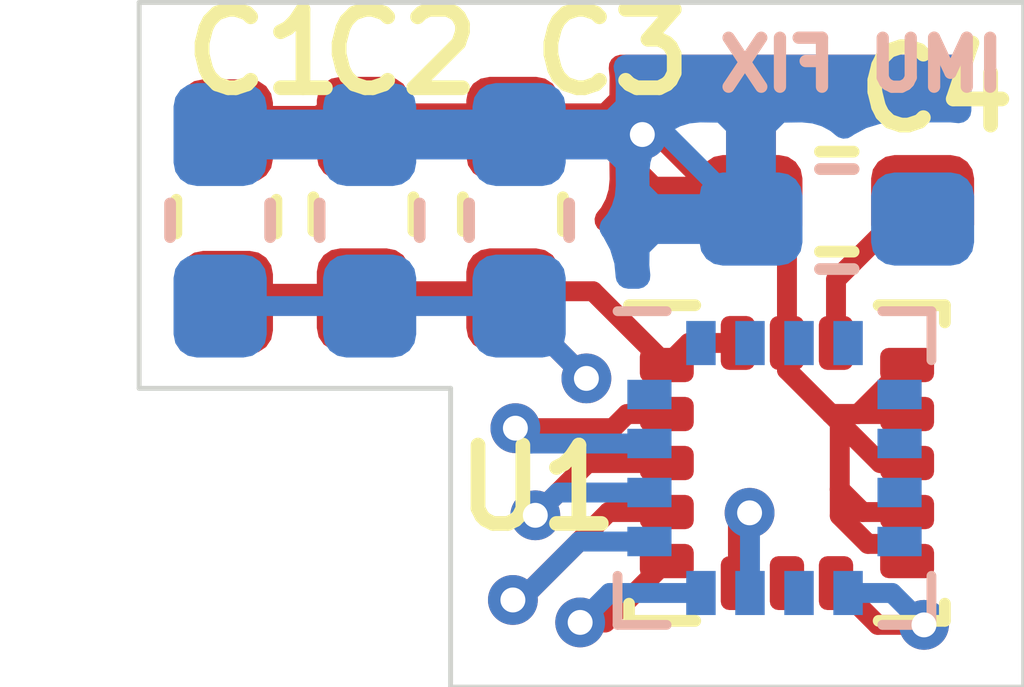
<source format=kicad_pcb>
(kicad_pcb (version 20171130) (host pcbnew "(5.1.6)-1")

  (general
    (thickness 1.6)
    (drawings 11)
    (tracks 80)
    (zones 0)
    (modules 10)
    (nets 11)
  )

  (page A4)
  (layers
    (0 F.Cu signal)
    (31 B.Cu signal)
    (32 B.Adhes user hide)
    (33 F.Adhes user hide)
    (34 B.Paste user hide)
    (35 F.Paste user hide)
    (36 B.SilkS user)
    (37 F.SilkS user hide)
    (38 B.Mask user hide)
    (39 F.Mask user hide)
    (40 Dwgs.User user hide)
    (41 Cmts.User user hide)
    (42 Eco1.User user hide)
    (43 Eco2.User user hide)
    (44 Edge.Cuts user)
    (45 Margin user hide)
    (46 B.CrtYd user)
    (47 F.CrtYd user)
    (48 B.Fab user hide)
    (49 F.Fab user hide)
  )

  (setup
    (last_trace_width 0.203)
    (trace_clearance 0.127)
    (zone_clearance 0.508)
    (zone_45_only no)
    (trace_min 0.127)
    (via_size 0.508)
    (via_drill 0.254)
    (via_min_size 0.508)
    (via_min_drill 0.254)
    (uvia_size 0.3)
    (uvia_drill 0.1)
    (uvias_allowed no)
    (uvia_min_size 0.2)
    (uvia_min_drill 0.1)
    (edge_width 0.05)
    (segment_width 0.2)
    (pcb_text_width 0.3)
    (pcb_text_size 1.5 1.5)
    (mod_edge_width 0.12)
    (mod_text_size 1 1)
    (mod_text_width 0.15)
    (pad_size 1.05 0.95)
    (pad_drill 0)
    (pad_to_mask_clearance 0.05)
    (aux_axis_origin 0 0)
    (visible_elements 7FFFFFFF)
    (pcbplotparams
      (layerselection 0x010fc_ffffffff)
      (usegerberextensions false)
      (usegerberattributes true)
      (usegerberadvancedattributes true)
      (creategerberjobfile true)
      (excludeedgelayer true)
      (linewidth 0.100000)
      (plotframeref false)
      (viasonmask false)
      (mode 1)
      (useauxorigin false)
      (hpglpennumber 1)
      (hpglpenspeed 20)
      (hpglpendiameter 15.000000)
      (psnegative false)
      (psa4output false)
      (plotreference true)
      (plotvalue true)
      (plotinvisibletext false)
      (padsonsilk false)
      (subtractmaskfromsilk false)
      (outputformat 1)
      (mirror false)
      (drillshape 1)
      (scaleselection 1)
      (outputdirectory ""))
  )

  (net 0 "")
  (net 1 GND)
  (net 2 /IMU_VDC)
  (net 3 "Net-(U1-Pad7)")
  (net 4 /SCK)
  (net 5 /MOSI)
  (net 6 /MISO)
  (net 7 /NSS)
  (net 8 /INT)
  (net 9 /FSYNC)
  (net 10 /REGOUT)

  (net_class Default "This is the default net class."
    (clearance 0.127)
    (trace_width 0.203)
    (via_dia 0.508)
    (via_drill 0.254)
    (uvia_dia 0.3)
    (uvia_drill 0.1)
    (add_net /FSYNC)
    (add_net /IMU_VDC)
    (add_net /INT)
    (add_net /MISO)
    (add_net /MOSI)
    (add_net /NSS)
    (add_net /REGOUT)
    (add_net /SCK)
    (add_net GND)
    (add_net "Net-(U1-Pad7)")
  )

  (module Capacitor_SMD:C_0603_1608Metric_Pad1.05x0.95mm_HandSolder (layer F.Cu) (tedit 5B301BBE) (tstamp 5FB26195)
    (at 107.442 110.5155 90)
    (descr "Capacitor SMD 0603 (1608 Metric), square (rectangular) end terminal, IPC_7351 nominal with elongated pad for handsoldering. (Body size source: http://www.tortai-tech.com/upload/download/2011102023233369053.pdf), generated with kicad-footprint-generator")
    (tags "capacitor handsolder")
    (path /5FB54D12)
    (attr smd)
    (fp_text reference C1 (at 1.6765 0.381 180) (layer F.SilkS)
      (effects (font (size 0.8 0.8) (thickness 0.15)))
    )
    (fp_text value 10nF (at 0 1.43 90) (layer F.Fab)
      (effects (font (size 1 1) (thickness 0.15)))
    )
    (fp_line (start -0.8 0.4) (end -0.8 -0.4) (layer F.Fab) (width 0.1))
    (fp_line (start -0.8 -0.4) (end 0.8 -0.4) (layer F.Fab) (width 0.1))
    (fp_line (start 0.8 -0.4) (end 0.8 0.4) (layer F.Fab) (width 0.1))
    (fp_line (start 0.8 0.4) (end -0.8 0.4) (layer F.Fab) (width 0.1))
    (fp_line (start -0.171267 -0.51) (end 0.171267 -0.51) (layer F.SilkS) (width 0.12))
    (fp_line (start -0.171267 0.51) (end 0.171267 0.51) (layer F.SilkS) (width 0.12))
    (fp_line (start -1.65 0.73) (end -1.65 -0.73) (layer F.CrtYd) (width 0.05))
    (fp_line (start -1.65 -0.73) (end 1.65 -0.73) (layer F.CrtYd) (width 0.05))
    (fp_line (start 1.65 -0.73) (end 1.65 0.73) (layer F.CrtYd) (width 0.05))
    (fp_line (start 1.65 0.73) (end -1.65 0.73) (layer F.CrtYd) (width 0.05))
    (fp_text user %R (at 0 0 90) (layer F.Fab)
      (effects (font (size 0.4 0.4) (thickness 0.06)))
    )
    (pad 2 smd roundrect (at 0.875 0 90) (size 1.05 0.95) (layers F.Cu F.Paste F.Mask) (roundrect_rratio 0.25)
      (net 1 GND))
    (pad 1 smd roundrect (at -0.875 0 90) (size 1.05 0.95) (layers F.Cu F.Paste F.Mask) (roundrect_rratio 0.25)
      (net 2 /IMU_VDC))
    (model ${KISYS3DMOD}/Capacitor_SMD.3dshapes/C_0603_1608Metric.wrl
      (at (xyz 0 0 0))
      (scale (xyz 1 1 1))
      (rotate (xyz 0 0 0))
    )
  )

  (module Capacitor_SMD:C_0603_1608Metric_Pad1.05x0.95mm_HandSolder (layer F.Cu) (tedit 5B301BBE) (tstamp 5FB26291)
    (at 108.839 110.49 90)
    (descr "Capacitor SMD 0603 (1608 Metric), square (rectangular) end terminal, IPC_7351 nominal with elongated pad for handsoldering. (Body size source: http://www.tortai-tech.com/upload/download/2011102023233369053.pdf), generated with kicad-footprint-generator")
    (tags "capacitor handsolder")
    (path /5FB545A7)
    (attr smd)
    (fp_text reference C2 (at 1.651 0.381 180) (layer F.SilkS)
      (effects (font (size 0.8 0.8) (thickness 0.15)))
    )
    (fp_text value 100nF (at 0 1.43 90) (layer F.Fab)
      (effects (font (size 1 1) (thickness 0.15)))
    )
    (fp_line (start -0.8 0.4) (end -0.8 -0.4) (layer F.Fab) (width 0.1))
    (fp_line (start -0.8 -0.4) (end 0.8 -0.4) (layer F.Fab) (width 0.1))
    (fp_line (start 0.8 -0.4) (end 0.8 0.4) (layer F.Fab) (width 0.1))
    (fp_line (start 0.8 0.4) (end -0.8 0.4) (layer F.Fab) (width 0.1))
    (fp_line (start -0.171267 -0.51) (end 0.171267 -0.51) (layer F.SilkS) (width 0.12))
    (fp_line (start -0.171267 0.51) (end 0.171267 0.51) (layer F.SilkS) (width 0.12))
    (fp_line (start -1.65 0.73) (end -1.65 -0.73) (layer F.CrtYd) (width 0.05))
    (fp_line (start -1.65 -0.73) (end 1.65 -0.73) (layer F.CrtYd) (width 0.05))
    (fp_line (start 1.65 -0.73) (end 1.65 0.73) (layer F.CrtYd) (width 0.05))
    (fp_line (start 1.65 0.73) (end -1.65 0.73) (layer F.CrtYd) (width 0.05))
    (fp_text user %R (at 0 0 90) (layer F.Fab)
      (effects (font (size 0.4 0.4) (thickness 0.06)))
    )
    (pad 2 smd roundrect (at 0.875 0 90) (size 1.05 0.95) (layers F.Cu F.Paste F.Mask) (roundrect_rratio 0.25)
      (net 1 GND))
    (pad 1 smd roundrect (at -0.875 0 90) (size 1.05 0.95) (layers F.Cu F.Paste F.Mask) (roundrect_rratio 0.25)
      (net 2 /IMU_VDC))
    (model ${KISYS3DMOD}/Capacitor_SMD.3dshapes/C_0603_1608Metric.wrl
      (at (xyz 0 0 0))
      (scale (xyz 1 1 1))
      (rotate (xyz 0 0 0))
    )
  )

  (module Capacitor_SMD:C_0603_1608Metric_Pad1.05x0.95mm_HandSolder (layer F.Cu) (tedit 5B301BBE) (tstamp 5FB261C5)
    (at 110.363 110.49 90)
    (descr "Capacitor SMD 0603 (1608 Metric), square (rectangular) end terminal, IPC_7351 nominal with elongated pad for handsoldering. (Body size source: http://www.tortai-tech.com/upload/download/2011102023233369053.pdf), generated with kicad-footprint-generator")
    (tags "capacitor handsolder")
    (path /5FB53A09)
    (attr smd)
    (fp_text reference C3 (at 1.651 1.016 180) (layer F.SilkS)
      (effects (font (size 0.8 0.8) (thickness 0.15)))
    )
    (fp_text value 2.2uF (at 0 1.43 90) (layer F.Fab)
      (effects (font (size 1 1) (thickness 0.15)))
    )
    (fp_line (start -0.8 0.4) (end -0.8 -0.4) (layer F.Fab) (width 0.1))
    (fp_line (start -0.8 -0.4) (end 0.8 -0.4) (layer F.Fab) (width 0.1))
    (fp_line (start 0.8 -0.4) (end 0.8 0.4) (layer F.Fab) (width 0.1))
    (fp_line (start 0.8 0.4) (end -0.8 0.4) (layer F.Fab) (width 0.1))
    (fp_line (start -0.171267 -0.51) (end 0.171267 -0.51) (layer F.SilkS) (width 0.12))
    (fp_line (start -0.171267 0.51) (end 0.171267 0.51) (layer F.SilkS) (width 0.12))
    (fp_line (start -1.65 0.73) (end -1.65 -0.73) (layer F.CrtYd) (width 0.05))
    (fp_line (start -1.65 -0.73) (end 1.65 -0.73) (layer F.CrtYd) (width 0.05))
    (fp_line (start 1.65 -0.73) (end 1.65 0.73) (layer F.CrtYd) (width 0.05))
    (fp_line (start 1.65 0.73) (end -1.65 0.73) (layer F.CrtYd) (width 0.05))
    (fp_text user %R (at 0 0 90) (layer F.Fab)
      (effects (font (size 0.4 0.4) (thickness 0.06)))
    )
    (pad 2 smd roundrect (at 0.875 0 90) (size 1.05 0.95) (layers F.Cu F.Paste F.Mask) (roundrect_rratio 0.25)
      (net 1 GND))
    (pad 1 smd roundrect (at -0.875 0 90) (size 1.05 0.95) (layers F.Cu F.Paste F.Mask) (roundrect_rratio 0.25)
      (net 2 /IMU_VDC))
    (model ${KISYS3DMOD}/Capacitor_SMD.3dshapes/C_0603_1608Metric.wrl
      (at (xyz 0 0 0))
      (scale (xyz 1 1 1))
      (rotate (xyz 0 0 0))
    )
  )

  (module Capacitor_SMD:C_0603_1608Metric_Pad1.05x0.95mm_HandSolder (layer F.Cu) (tedit 5B301BBE) (tstamp 5FB26261)
    (at 113.665 110.363 180)
    (descr "Capacitor SMD 0603 (1608 Metric), square (rectangular) end terminal, IPC_7351 nominal with elongated pad for handsoldering. (Body size source: http://www.tortai-tech.com/upload/download/2011102023233369053.pdf), generated with kicad-footprint-generator")
    (tags "capacitor handsolder")
    (path /5FB535CB)
    (attr smd)
    (fp_text reference C4 (at -1.016 1.143) (layer F.SilkS)
      (effects (font (size 0.8 0.8) (thickness 0.15)))
    )
    (fp_text value 100nF (at 0 1.43) (layer F.Fab)
      (effects (font (size 1 1) (thickness 0.15)))
    )
    (fp_line (start -0.8 0.4) (end -0.8 -0.4) (layer F.Fab) (width 0.1))
    (fp_line (start -0.8 -0.4) (end 0.8 -0.4) (layer F.Fab) (width 0.1))
    (fp_line (start 0.8 -0.4) (end 0.8 0.4) (layer F.Fab) (width 0.1))
    (fp_line (start 0.8 0.4) (end -0.8 0.4) (layer F.Fab) (width 0.1))
    (fp_line (start -0.171267 -0.51) (end 0.171267 -0.51) (layer F.SilkS) (width 0.12))
    (fp_line (start -0.171267 0.51) (end 0.171267 0.51) (layer F.SilkS) (width 0.12))
    (fp_line (start -1.65 0.73) (end -1.65 -0.73) (layer F.CrtYd) (width 0.05))
    (fp_line (start -1.65 -0.73) (end 1.65 -0.73) (layer F.CrtYd) (width 0.05))
    (fp_line (start 1.65 -0.73) (end 1.65 0.73) (layer F.CrtYd) (width 0.05))
    (fp_line (start 1.65 0.73) (end -1.65 0.73) (layer F.CrtYd) (width 0.05))
    (fp_text user %R (at 4.9275 -2.54) (layer F.Fab)
      (effects (font (size 0.4 0.4) (thickness 0.06)))
    )
    (pad 2 smd roundrect (at 0.875 0 180) (size 1.05 0.95) (layers F.Cu F.Paste F.Mask) (roundrect_rratio 0.25)
      (net 1 GND))
    (pad 1 smd roundrect (at -0.875 0 180) (size 1.05 0.95) (layers F.Cu F.Paste F.Mask) (roundrect_rratio 0.25)
      (net 10 /REGOUT))
    (model ${KISYS3DMOD}/Capacitor_SMD.3dshapes/C_0603_1608Metric.wrl
      (at (xyz 0 0 0))
      (scale (xyz 1 1 1))
      (rotate (xyz 0 0 0))
    )
  )

  (module Capacitor_SMD:C_0603_1608Metric_Pad1.05x0.95mm_HandSolder (layer B.Cu) (tedit 5B301BBE) (tstamp 5FB2609D)
    (at 108.9025 110.5535 90)
    (descr "Capacitor SMD 0603 (1608 Metric), square (rectangular) end terminal, IPC_7351 nominal with elongated pad for handsoldering. (Body size source: http://www.tortai-tech.com/upload/download/2011102023233369053.pdf), generated with kicad-footprint-generator")
    (tags "capacitor handsolder")
    (attr smd)
    (fp_text reference REF** (at 0 -3.175 90) (layer B.SilkS) hide
      (effects (font (size 1 1) (thickness 0.15)) (justify mirror))
    )
    (fp_text value C_0603_1608Metric_Pad1.05x0.95mm_HandSolder (at 0 -1.43 90) (layer B.Fab)
      (effects (font (size 1 1) (thickness 0.15)) (justify mirror))
    )
    (fp_line (start -0.8 -0.4) (end -0.8 0.4) (layer B.Fab) (width 0.1))
    (fp_line (start -0.8 0.4) (end 0.8 0.4) (layer B.Fab) (width 0.1))
    (fp_line (start 0.8 0.4) (end 0.8 -0.4) (layer B.Fab) (width 0.1))
    (fp_line (start 0.8 -0.4) (end -0.8 -0.4) (layer B.Fab) (width 0.1))
    (fp_line (start -0.171267 0.51) (end 0.171267 0.51) (layer B.SilkS) (width 0.12))
    (fp_line (start -0.171267 -0.51) (end 0.171267 -0.51) (layer B.SilkS) (width 0.12))
    (fp_line (start -1.65 -0.73) (end -1.65 0.73) (layer B.CrtYd) (width 0.05))
    (fp_line (start -1.65 0.73) (end 1.65 0.73) (layer B.CrtYd) (width 0.05))
    (fp_line (start 1.65 0.73) (end 1.65 -0.73) (layer B.CrtYd) (width 0.05))
    (fp_line (start 1.65 -0.73) (end -1.65 -0.73) (layer B.CrtYd) (width 0.05))
    (fp_text user %R (at 0.635 -1.905 90) (layer B.Fab)
      (effects (font (size 0.4 0.4) (thickness 0.06)) (justify mirror))
    )
    (pad 2 smd roundrect (at 0.875 0 90) (size 1.05 0.95) (layers B.Cu B.Paste B.Mask) (roundrect_rratio 0.25)
      (net 1 GND))
    (pad 1 smd roundrect (at -0.875 0 90) (size 1.05 0.95) (layers B.Cu B.Paste B.Mask) (roundrect_rratio 0.25)
      (net 2 /IMU_VDC))
    (model ${KISYS3DMOD}/Capacitor_SMD.3dshapes/C_0603_1608Metric.wrl
      (at (xyz 0 0 0))
      (scale (xyz 1 1 1))
      (rotate (xyz 0 0 0))
    )
  )

  (module Capacitor_SMD:C_0603_1608Metric_Pad1.05x0.95mm_HandSolder (layer B.Cu) (tedit 5B301BBE) (tstamp 5FB2607D)
    (at 107.3785 110.5535 90)
    (descr "Capacitor SMD 0603 (1608 Metric), square (rectangular) end terminal, IPC_7351 nominal with elongated pad for handsoldering. (Body size source: http://www.tortai-tech.com/upload/download/2011102023233369053.pdf), generated with kicad-footprint-generator")
    (tags "capacitor handsolder")
    (attr smd)
    (fp_text reference REF** (at 0 -3.175 90) (layer B.SilkS) hide
      (effects (font (size 1 1) (thickness 0.15)) (justify mirror))
    )
    (fp_text value C_0603_1608Metric_Pad1.05x0.95mm_HandSolder (at 0 -1.43 90) (layer B.Fab)
      (effects (font (size 1 1) (thickness 0.15)) (justify mirror))
    )
    (fp_line (start 1.65 -0.73) (end -1.65 -0.73) (layer B.CrtYd) (width 0.05))
    (fp_line (start 1.65 0.73) (end 1.65 -0.73) (layer B.CrtYd) (width 0.05))
    (fp_line (start -1.65 0.73) (end 1.65 0.73) (layer B.CrtYd) (width 0.05))
    (fp_line (start -1.65 -0.73) (end -1.65 0.73) (layer B.CrtYd) (width 0.05))
    (fp_line (start -0.171267 -0.51) (end 0.171267 -0.51) (layer B.SilkS) (width 0.12))
    (fp_line (start -0.171267 0.51) (end 0.171267 0.51) (layer B.SilkS) (width 0.12))
    (fp_line (start 0.8 -0.4) (end -0.8 -0.4) (layer B.Fab) (width 0.1))
    (fp_line (start 0.8 0.4) (end 0.8 -0.4) (layer B.Fab) (width 0.1))
    (fp_line (start -0.8 0.4) (end 0.8 0.4) (layer B.Fab) (width 0.1))
    (fp_line (start -0.8 -0.4) (end -0.8 0.4) (layer B.Fab) (width 0.1))
    (fp_text user %R (at 0.635 -1.905 90) (layer B.Fab)
      (effects (font (size 0.4 0.4) (thickness 0.06)) (justify mirror))
    )
    (pad 1 smd roundrect (at -0.875 0 90) (size 1.05 0.95) (layers B.Cu B.Paste B.Mask) (roundrect_rratio 0.25)
      (net 2 /IMU_VDC))
    (pad 2 smd roundrect (at 0.875 0 90) (size 1.05 0.95) (layers B.Cu B.Paste B.Mask) (roundrect_rratio 0.25)
      (net 1 GND))
    (model ${KISYS3DMOD}/Capacitor_SMD.3dshapes/C_0603_1608Metric.wrl
      (at (xyz 0 0 0))
      (scale (xyz 1 1 1))
      (rotate (xyz 0 0 0))
    )
  )

  (module Capacitor_SMD:C_0603_1608Metric_Pad1.05x0.95mm_HandSolder (layer B.Cu) (tedit 5B301BBE) (tstamp 5FB2657E)
    (at 110.4265 110.5535 90)
    (descr "Capacitor SMD 0603 (1608 Metric), square (rectangular) end terminal, IPC_7351 nominal with elongated pad for handsoldering. (Body size source: http://www.tortai-tech.com/upload/download/2011102023233369053.pdf), generated with kicad-footprint-generator")
    (tags "capacitor handsolder")
    (attr smd)
    (fp_text reference REF** (at 0 1.43 90) (layer B.SilkS) hide
      (effects (font (size 1 1) (thickness 0.15)) (justify mirror))
    )
    (fp_text value C_0603_1608Metric_Pad1.05x0.95mm_HandSolder (at 0 -1.43 90) (layer B.Fab)
      (effects (font (size 1 1) (thickness 0.15)) (justify mirror))
    )
    (fp_line (start -0.8 -0.4) (end -0.8 0.4) (layer B.Fab) (width 0.1))
    (fp_line (start -0.8 0.4) (end 0.8 0.4) (layer B.Fab) (width 0.1))
    (fp_line (start 0.8 0.4) (end 0.8 -0.4) (layer B.Fab) (width 0.1))
    (fp_line (start 0.8 -0.4) (end -0.8 -0.4) (layer B.Fab) (width 0.1))
    (fp_line (start -0.171267 0.51) (end 0.171267 0.51) (layer B.SilkS) (width 0.12))
    (fp_line (start -0.171267 -0.51) (end 0.171267 -0.51) (layer B.SilkS) (width 0.12))
    (fp_line (start -1.65 -0.73) (end -1.65 0.73) (layer B.CrtYd) (width 0.05))
    (fp_line (start -1.65 0.73) (end 1.65 0.73) (layer B.CrtYd) (width 0.05))
    (fp_line (start 1.65 0.73) (end 1.65 -0.73) (layer B.CrtYd) (width 0.05))
    (fp_line (start 1.65 -0.73) (end -1.65 -0.73) (layer B.CrtYd) (width 0.05))
    (pad 2 smd roundrect (at 0.875 0 90) (size 1.05 0.95) (layers B.Cu B.Paste B.Mask) (roundrect_rratio 0.25)
      (net 1 GND))
    (pad 1 smd roundrect (at -0.875 0 90) (size 1.05 0.95) (layers B.Cu B.Paste B.Mask) (roundrect_rratio 0.25)
      (net 2 /IMU_VDC))
    (model ${KISYS3DMOD}/Capacitor_SMD.3dshapes/C_0603_1608Metric.wrl
      (at (xyz 0 0 0))
      (scale (xyz 1 1 1))
      (rotate (xyz 0 0 0))
    )
  )

  (module Capacitor_SMD:C_0603_1608Metric_Pad1.05x0.95mm_HandSolder (layer B.Cu) (tedit 5FB26CCD) (tstamp 5FB25D78)
    (at 113.665 110.5408 180)
    (descr "Capacitor SMD 0603 (1608 Metric), square (rectangular) end terminal, IPC_7351 nominal with elongated pad for handsoldering. (Body size source: http://www.tortai-tech.com/upload/download/2011102023233369053.pdf), generated with kicad-footprint-generator")
    (tags "capacitor handsolder")
    (attr smd)
    (fp_text reference REF** (at -3.683 -2.667) (layer B.SilkS) hide
      (effects (font (size 1 1) (thickness 0.15)) (justify mirror))
    )
    (fp_text value C_0603_1608Metric_Pad1.05x0.95mm_HandSolder (at 0 -1.43) (layer B.Fab)
      (effects (font (size 1 1) (thickness 0.15)) (justify mirror))
    )
    (fp_line (start -0.8 -0.4) (end -0.8 0.4) (layer B.Fab) (width 0.1))
    (fp_line (start -0.8 0.4) (end 0.8 0.4) (layer B.Fab) (width 0.1))
    (fp_line (start 0.8 0.4) (end 0.8 -0.4) (layer B.Fab) (width 0.1))
    (fp_line (start 0.8 -0.4) (end -0.8 -0.4) (layer B.Fab) (width 0.1))
    (fp_line (start -0.171267 0.51) (end 0.171267 0.51) (layer B.SilkS) (width 0.12))
    (fp_line (start -0.171267 -0.51) (end 0.171267 -0.51) (layer B.SilkS) (width 0.12))
    (fp_line (start -1.65 -0.73) (end -1.65 0.73) (layer B.CrtYd) (width 0.05))
    (fp_line (start -1.65 0.73) (end 1.65 0.73) (layer B.CrtYd) (width 0.05))
    (fp_line (start 1.65 0.73) (end 1.65 -0.73) (layer B.CrtYd) (width 0.05))
    (fp_line (start 1.65 -0.73) (end -1.65 -0.73) (layer B.CrtYd) (width 0.05))
    (fp_text user %R (at 0.635 -1.905) (layer B.Fab)
      (effects (font (size 0.4 0.4) (thickness 0.06)) (justify mirror))
    )
    (pad 2 smd roundrect (at 0.875 0 180) (size 1.05 0.95) (layers B.Cu B.Paste B.Mask) (roundrect_rratio 0.25)
      (net 1 GND))
    (pad 1 smd roundrect (at -0.875 0 180) (size 1.05 0.95) (layers B.Cu B.Paste B.Mask) (roundrect_rratio 0.25))
    (model ${KISYS3DMOD}/Capacitor_SMD.3dshapes/C_0603_1608Metric.wrl
      (at (xyz 0 0 0))
      (scale (xyz 1 1 1))
      (rotate (xyz 0 0 0))
    )
  )

  (module Package_LGA:LGA-16_3x3mm_P0.5mm (layer B.Cu) (tedit 5AD5B76F) (tstamp 5FB25363)
    (at 113.03 113.0808 270)
    (descr http://www.memsic.com/userfiles/files/DataSheets/Magnetic-Sensors-Datasheets/MMC5883MA-RevC.pdf)
    (tags "lga land grid array")
    (attr smd)
    (fp_text reference REF** (at 1.27 6.35 90) (layer B.SilkS) hide
      (effects (font (size 1 1) (thickness 0.15)) (justify mirror))
    )
    (fp_text value LGA-16_3x3mm_P0.5mm (at 1.27 -12.7 90) (layer B.Fab)
      (effects (font (size 1 1) (thickness 0.15)) (justify mirror))
    )
    (fp_line (start -1 1.5) (end 1.5 1.5) (layer B.Fab) (width 0.1))
    (fp_line (start 1.5 1.5) (end 1.5 -1.5) (layer B.Fab) (width 0.1))
    (fp_line (start 1.5 -1.5) (end -1.5 -1.5) (layer B.Fab) (width 0.1))
    (fp_line (start -1.5 -1.5) (end -1.5 1) (layer B.Fab) (width 0.1))
    (fp_line (start -1.5 1) (end -1 1.5) (layer B.Fab) (width 0.1))
    (fp_line (start 1.1 1.6) (end 1.6 1.6) (layer B.SilkS) (width 0.1))
    (fp_line (start 1.6 1.6) (end 1.6 1.1) (layer B.SilkS) (width 0.1))
    (fp_line (start 1.6 -1.6) (end 1.6 -1.1) (layer B.SilkS) (width 0.1))
    (fp_line (start 1.6 -1.1) (end 1.6 -1.6) (layer B.SilkS) (width 0.1))
    (fp_line (start 1.6 -1.6) (end 1.1 -1.6) (layer B.SilkS) (width 0.1))
    (fp_line (start -1.6 -1.6) (end -1.1 -1.6) (layer B.SilkS) (width 0.1))
    (fp_line (start -1.6 -1.6) (end -1.6 -1.1) (layer B.SilkS) (width 0.1))
    (fp_line (start -1.6 1.6) (end -1.6 1.1) (layer B.SilkS) (width 0.1))
    (fp_line (start -1.75 1.75) (end 1.75 1.75) (layer B.CrtYd) (width 0.05))
    (fp_line (start 1.75 1.75) (end 1.75 -1.75) (layer B.CrtYd) (width 0.05))
    (fp_line (start 1.75 -1.75) (end -1.75 -1.75) (layer B.CrtYd) (width 0.05))
    (fp_line (start -1.75 -1.75) (end -1.75 1.75) (layer B.CrtYd) (width 0.05))
    (pad 10 smd rect (at 1.275 -0.25 180) (size 0.3 0.45) (layers B.Cu B.Paste B.Mask))
    (pad 11 smd rect (at 1.275 0.25 180) (size 0.3 0.45) (layers B.Cu B.Paste B.Mask)
      (net 8 /INT))
    (pad 12 smd rect (at 1.275 0.75 180) (size 0.3 0.45) (layers B.Cu B.Paste B.Mask)
      (net 7 /NSS))
    (pad 9 smd rect (at 1.275 -0.75 180) (size 0.3 0.45) (layers B.Cu B.Paste B.Mask)
      (net 9 /FSYNC))
    (pad 5 smd rect (at -0.75 -1.275 270) (size 0.3 0.45) (layers B.Cu B.Paste B.Mask))
    (pad 7 smd rect (at 0.25 -1.275 270) (size 0.3 0.45) (layers B.Cu B.Paste B.Mask))
    (pad 6 smd rect (at -0.25 -1.275 270) (size 0.3 0.45) (layers B.Cu B.Paste B.Mask))
    (pad 8 smd rect (at 0.75 -1.275 270) (size 0.3 0.45) (layers B.Cu B.Paste B.Mask))
    (pad 4 smd rect (at -1.275 -0.75 180) (size 0.3 0.45) (layers B.Cu B.Paste B.Mask))
    (pad 3 smd rect (at -1.275 -0.25 180) (size 0.3 0.45) (layers B.Cu B.Paste B.Mask))
    (pad 2 smd rect (at -1.275 0.25 180) (size 0.3 0.45) (layers B.Cu B.Paste B.Mask))
    (pad 1 smd rect (at -1.275 0.75 180) (size 0.3 0.45) (layers B.Cu B.Paste B.Mask))
    (pad 14 smd rect (at 0.25 1.275 270) (size 0.3 0.45) (layers B.Cu B.Paste B.Mask)
      (net 5 /MOSI))
    (pad 15 smd rect (at -0.25 1.275 270) (size 0.3 0.45) (layers B.Cu B.Paste B.Mask)
      (net 4 /SCK))
    (pad 16 smd rect (at -0.75 1.275 270) (size 0.3 0.45) (layers B.Cu B.Paste B.Mask))
    (pad 13 smd rect (at 0.75 1.275 270) (size 0.3 0.45) (layers B.Cu B.Paste B.Mask)
      (net 6 /MISO))
    (model ${KISYS3DMOD}/Package_LGA.3dshapes/LGA-16_3x3mm_P0.5mm.wrl
      (at (xyz 0 0 0))
      (scale (xyz 1 1 1))
      (rotate (xyz 0 0 0))
    )
  )

  (module Package_LGA:LGA-16_3x3mm_P0.5mm_LayoutBorder3x5y (layer F.Cu) (tedit 5D9F7937) (tstamp 5FB26209)
    (at 113.157 113.03)
    (descr "LGA, 16 Pin (http://www.st.com/resource/en/datasheet/lis331hh.pdf), generated with kicad-footprint-generator ipc_noLead_generator.py")
    (tags "LGA NoLead")
    (path /5FB52383)
    (attr smd)
    (fp_text reference U1 (at -2.54 0.254) (layer F.SilkS)
      (effects (font (size 0.8 0.8) (thickness 0.15)))
    )
    (fp_text value ICM-20602 (at 0 2.45) (layer F.Fab)
      (effects (font (size 1 1) (thickness 0.15)))
    )
    (fp_line (start 1.75 -1.75) (end -1.75 -1.75) (layer F.CrtYd) (width 0.05))
    (fp_line (start 1.75 1.75) (end 1.75 -1.75) (layer F.CrtYd) (width 0.05))
    (fp_line (start -1.75 1.75) (end 1.75 1.75) (layer F.CrtYd) (width 0.05))
    (fp_line (start -1.75 -1.75) (end -1.75 1.75) (layer F.CrtYd) (width 0.05))
    (fp_line (start -1.5 -0.75) (end -0.75 -1.5) (layer F.Fab) (width 0.1))
    (fp_line (start -1.5 1.5) (end -1.5 -0.75) (layer F.Fab) (width 0.1))
    (fp_line (start 1.5 1.5) (end -1.5 1.5) (layer F.Fab) (width 0.1))
    (fp_line (start 1.5 -1.5) (end 1.5 1.5) (layer F.Fab) (width 0.1))
    (fp_line (start -0.75 -1.5) (end 1.5 -1.5) (layer F.Fab) (width 0.1))
    (fp_line (start -0.935 -1.61) (end -1.61 -1.61) (layer F.SilkS) (width 0.12))
    (fp_line (start 1.61 1.61) (end 1.61 1.435) (layer F.SilkS) (width 0.12))
    (fp_line (start 0.935 1.61) (end 1.61 1.61) (layer F.SilkS) (width 0.12))
    (fp_line (start -1.61 1.61) (end -1.61 1.435) (layer F.SilkS) (width 0.12))
    (fp_line (start -0.935 1.61) (end -1.61 1.61) (layer F.SilkS) (width 0.12))
    (fp_line (start 1.61 -1.61) (end 1.61 -1.435) (layer F.SilkS) (width 0.12))
    (fp_line (start 0.935 -1.61) (end 1.61 -1.61) (layer F.SilkS) (width 0.12))
    (fp_text user %R (at -3.045001 -1.140001) (layer F.Fab)
      (effects (font (size 0.75 0.75) (thickness 0.11)))
    )
    (pad 1 smd roundrect (at -1.225 -1) (size 0.55 0.35) (layers F.Cu F.Paste F.Mask) (roundrect_rratio 0.25)
      (net 2 /IMU_VDC))
    (pad 2 smd roundrect (at -1.225 -0.5) (size 0.55 0.35) (layers F.Cu F.Paste F.Mask) (roundrect_rratio 0.25)
      (net 4 /SCK))
    (pad 3 smd roundrect (at -1.225 0) (size 0.55 0.35) (layers F.Cu F.Paste F.Mask) (roundrect_rratio 0.25)
      (net 5 /MOSI))
    (pad 4 smd roundrect (at -1.225 0.5) (size 0.55 0.35) (layers F.Cu F.Paste F.Mask) (roundrect_rratio 0.25)
      (net 6 /MISO))
    (pad 5 smd roundrect (at -1.225 1) (size 0.55 0.35) (layers F.Cu F.Paste F.Mask) (roundrect_rratio 0.25)
      (net 7 /NSS))
    (pad 6 smd roundrect (at -0.5 1.225) (size 0.35 0.55) (layers F.Cu F.Paste F.Mask) (roundrect_rratio 0.25)
      (net 8 /INT))
    (pad 7 smd roundrect (at 0 1.225) (size 0.35 0.55) (layers F.Cu F.Paste F.Mask) (roundrect_rratio 0.25)
      (net 3 "Net-(U1-Pad7)"))
    (pad 8 smd roundrect (at 0.5 1.225) (size 0.35 0.55) (layers F.Cu F.Paste F.Mask) (roundrect_rratio 0.25)
      (net 9 /FSYNC))
    (pad 9 smd roundrect (at 1.225 1) (size 0.55 0.35) (layers F.Cu F.Paste F.Mask) (roundrect_rratio 0.25)
      (net 1 GND))
    (pad 10 smd roundrect (at 1.225 0.5) (size 0.55 0.35) (layers F.Cu F.Paste F.Mask) (roundrect_rratio 0.25)
      (net 1 GND))
    (pad 11 smd roundrect (at 1.225 0) (size 0.55 0.35) (layers F.Cu F.Paste F.Mask) (roundrect_rratio 0.25)
      (net 1 GND))
    (pad 12 smd roundrect (at 1.225 -0.5) (size 0.55 0.35) (layers F.Cu F.Paste F.Mask) (roundrect_rratio 0.25)
      (net 1 GND))
    (pad 13 smd roundrect (at 1.225 -1) (size 0.55 0.35) (layers F.Cu F.Paste F.Mask) (roundrect_rratio 0.25)
      (net 1 GND))
    (pad 14 smd roundrect (at 0.5 -1.225) (size 0.35 0.55) (layers F.Cu F.Paste F.Mask) (roundrect_rratio 0.25)
      (net 10 /REGOUT))
    (pad 15 smd roundrect (at 0 -1.225) (size 0.35 0.55) (layers F.Cu F.Paste F.Mask) (roundrect_rratio 0.25)
      (net 1 GND))
    (pad 16 smd roundrect (at -0.5 -1.225) (size 0.35 0.55) (layers F.Cu F.Paste F.Mask) (roundrect_rratio 0.25)
      (net 2 /IMU_VDC))
    (model ${KISYS3DMOD}/Package_LGA.3dshapes/LGA-16_3x3mm_P0.5mm_LayoutBorder3x5y.wrl
      (at (xyz 0 0 0))
      (scale (xyz 1 1 1))
      (rotate (xyz 0 0 0))
    )
  )

  (gr_line (start 106.553 108.331) (end 106.553 112.268) (layer Edge.Cuts) (width 0.05) (tstamp 5FB27FE4))
  (gr_text "IMU FIX" (at 113.919 108.966) (layer B.SilkS)
    (effects (font (size 0.5 0.5) (thickness 0.125)) (justify mirror))
  )
  (gr_line (start 115.316 114.808) (end 115.316 108.585) (layer Dwgs.User) (width 0.15))
  (gr_line (start 109.728 114.808) (end 115.57 114.808) (layer Dwgs.User) (width 0.15))
  (gr_line (start 109.982 115.062) (end 109.982 112.268) (layer Dwgs.User) (width 0.15))
  (gr_line (start 115.57 108.585) (end 106.553 108.585) (layer Dwgs.User) (width 0.15))
  (gr_line (start 109.728 112.268) (end 106.553 112.268) (layer Edge.Cuts) (width 0.05))
  (gr_line (start 115.57 108.331) (end 106.553 108.331) (layer Edge.Cuts) (width 0.05) (tstamp 5FB26A9D))
  (gr_line (start 115.57 115.316) (end 115.57 108.331) (layer Edge.Cuts) (width 0.05))
  (gr_line (start 109.728 115.316) (end 115.57 115.316) (layer Edge.Cuts) (width 0.05))
  (gr_line (start 109.728 112.268) (end 109.728 115.316) (layer Edge.Cuts) (width 0.05))

  (segment (start 107.3785 109.6785) (end 108.9025 109.6785) (width 0.203) (layer B.Cu) (net 1))
  (segment (start 108.9025 109.6785) (end 110.4265 109.6785) (width 0.203) (layer B.Cu) (net 1))
  (segment (start 111.9277 109.6785) (end 112.79 110.5408) (width 0.203) (layer B.Cu) (net 1))
  (segment (start 113.157 112.08) (end 113.607 112.53) (width 0.203) (layer F.Cu) (net 1))
  (segment (start 113.607 112.53) (end 114.382 112.53) (width 0.203) (layer F.Cu) (net 1))
  (segment (start 113.157 111.805) (end 113.157 112.08) (width 0.203) (layer F.Cu) (net 1))
  (segment (start 114.107 113.03) (end 114.382 113.03) (width 0.203) (layer F.Cu) (net 1))
  (segment (start 114.382 113.53) (end 113.927 113.53) (width 0.203) (layer F.Cu) (net 1))
  (segment (start 113.6955 113.2985) (end 113.6955 112.6185) (width 0.203) (layer F.Cu) (net 1))
  (segment (start 113.927 113.53) (end 113.6955 113.2985) (width 0.203) (layer F.Cu) (net 1))
  (segment (start 113.607 112.53) (end 113.6955 112.6185) (width 0.203) (layer F.Cu) (net 1))
  (segment (start 113.6955 112.6185) (end 114.107 113.03) (width 0.203) (layer F.Cu) (net 1))
  (segment (start 114.207 113.855) (end 113.983 113.855) (width 0.203) (layer F.Cu) (net 1))
  (segment (start 114.382 114.03) (end 114.207 113.855) (width 0.203) (layer F.Cu) (net 1))
  (segment (start 113.6955 113.5675) (end 113.6955 113.2985) (width 0.203) (layer F.Cu) (net 1))
  (segment (start 113.983 113.855) (end 113.6955 113.5675) (width 0.203) (layer F.Cu) (net 1))
  (segment (start 113.882 112.53) (end 113.607 112.53) (width 0.203) (layer F.Cu) (net 1))
  (segment (start 114.382 112.03) (end 113.882 112.53) (width 0.203) (layer F.Cu) (net 1))
  (segment (start 113.157 110.6425) (end 112.8775 110.363) (width 0.203) (layer F.Cu) (net 1))
  (segment (start 113.157 111.805) (end 113.157 110.6425) (width 0.203) (layer F.Cu) (net 1))
  (segment (start 112.8775 110.363) (end 112.522 110.363) (width 0.203) (layer F.Cu) (net 1))
  (via (at 111.6825 109.6785) (size 0.508) (drill 0.254) (layers F.Cu B.Cu) (net 1))
  (segment (start 112.522 110.363) (end 111.8375 109.6785) (width 0.203) (layer F.Cu) (net 1))
  (segment (start 111.8375 109.6785) (end 111.6825 109.6785) (width 0.203) (layer F.Cu) (net 1))
  (segment (start 110.4265 109.6785) (end 111.6825 109.6785) (width 0.203) (layer B.Cu) (net 1))
  (segment (start 111.6825 109.6785) (end 111.9277 109.6785) (width 0.203) (layer B.Cu) (net 1))
  (segment (start 110.387 109.6785) (end 110.363 109.7025) (width 0.203) (layer F.Cu) (net 1))
  (segment (start 111.6825 109.6785) (end 110.387 109.6785) (width 0.203) (layer F.Cu) (net 1))
  (segment (start 110.363 109.7025) (end 108.839 109.7025) (width 0.203) (layer F.Cu) (net 1))
  (segment (start 107.4675 109.7025) (end 107.442 109.728) (width 0.203) (layer F.Cu) (net 1))
  (segment (start 108.839 109.7025) (end 107.4675 109.7025) (width 0.203) (layer F.Cu) (net 1))
  (segment (start 107.3785 111.4285) (end 108.9025 111.4285) (width 0.203) (layer B.Cu) (net 2))
  (segment (start 108.9025 111.4285) (end 110.4265 111.4285) (width 0.203) (layer B.Cu) (net 2))
  (segment (start 108.8135 111.303) (end 108.839 111.2775) (width 0.203) (layer F.Cu) (net 2))
  (segment (start 107.442 111.303) (end 108.8135 111.303) (width 0.203) (layer F.Cu) (net 2))
  (segment (start 108.839 111.2775) (end 110.363 111.2775) (width 0.203) (layer F.Cu) (net 2))
  (segment (start 111.1795 111.2775) (end 111.932 112.03) (width 0.203) (layer F.Cu) (net 2))
  (segment (start 110.363 111.2775) (end 111.1795 111.2775) (width 0.203) (layer F.Cu) (net 2))
  (segment (start 112.157 111.805) (end 111.932 112.03) (width 0.203) (layer F.Cu) (net 2))
  (segment (start 112.657 111.805) (end 112.157 111.805) (width 0.203) (layer F.Cu) (net 2))
  (segment (start 110.363 111.41719) (end 111.1123 112.16649) (width 0.203) (layer F.Cu) (net 2))
  (via (at 111.1123 112.16649) (size 0.508) (drill 0.254) (layers F.Cu B.Cu) (net 2))
  (segment (start 110.4265 111.4285) (end 110.4265 111.48069) (width 0.203) (layer B.Cu) (net 2))
  (segment (start 110.4265 111.48069) (end 111.1123 112.16649) (width 0.203) (layer B.Cu) (net 2))
  (segment (start 110.363 111.2775) (end 110.363 111.41719) (width 0.203) (layer F.Cu) (net 2))
  (segment (start 111.755 112.8308) (end 110.5448 112.8308) (width 0.203) (layer B.Cu) (net 4))
  (segment (start 111.526302 112.53) (end 111.381904 112.674398) (width 0.203) (layer F.Cu) (net 4))
  (via (at 110.388398 112.674398) (size 0.508) (drill 0.254) (layers F.Cu B.Cu) (net 4))
  (segment (start 111.381904 112.674398) (end 110.388398 112.674398) (width 0.203) (layer F.Cu) (net 4))
  (segment (start 111.932 112.53) (end 111.526302 112.53) (width 0.203) (layer F.Cu) (net 4))
  (segment (start 110.5448 112.8308) (end 110.388398 112.674398) (width 0.203) (layer B.Cu) (net 4))
  (segment (start 111.124708 113.03) (end 110.591457 113.563251) (width 0.203) (layer F.Cu) (net 5))
  (segment (start 111.755 113.3308) (end 110.823908 113.3308) (width 0.203) (layer B.Cu) (net 5))
  (via (at 110.591457 113.563251) (size 0.508) (drill 0.254) (layers F.Cu B.Cu) (net 5))
  (segment (start 110.823908 113.3308) (end 110.591457 113.563251) (width 0.203) (layer B.Cu) (net 5))
  (segment (start 111.932 113.03) (end 111.124708 113.03) (width 0.203) (layer F.Cu) (net 5))
  (segment (start 111.338812 113.53) (end 110.441812 114.427) (width 0.203) (layer F.Cu) (net 6))
  (segment (start 111.03801 113.8308) (end 110.44181 114.427) (width 0.203) (layer B.Cu) (net 6))
  (segment (start 110.441812 114.427) (end 110.363 114.427) (width 0.203) (layer F.Cu) (net 6))
  (via (at 110.363 114.427) (size 0.508) (drill 0.254) (layers F.Cu B.Cu) (net 6))
  (segment (start 111.755 113.8308) (end 111.03801 113.8308) (width 0.203) (layer B.Cu) (net 6))
  (segment (start 111.932 113.53) (end 111.338812 113.53) (width 0.203) (layer F.Cu) (net 6))
  (segment (start 110.44181 114.427) (end 110.363 114.427) (width 0.203) (layer B.Cu) (net 6))
  (via (at 111.0488 114.655988) (size 0.508) (drill 0.254) (layers F.Cu B.Cu) (net 7))
  (segment (start 111.932 114.03) (end 111.306012 114.655988) (width 0.203) (layer F.Cu) (net 7))
  (segment (start 111.348988 114.3558) (end 111.0488 114.655988) (width 0.203) (layer B.Cu) (net 7))
  (segment (start 111.306012 114.655988) (end 111.0488 114.655988) (width 0.203) (layer F.Cu) (net 7))
  (segment (start 112.28 114.3558) (end 111.348988 114.3558) (width 0.203) (layer B.Cu) (net 7))
  (via (at 112.776 113.538) (size 0.508) (drill 0.254) (layers F.Cu B.Cu) (net 8))
  (segment (start 112.78 113.542) (end 112.776 113.538) (width 0.203) (layer B.Cu) (net 8))
  (segment (start 112.78 114.3558) (end 112.78 113.542) (width 0.203) (layer B.Cu) (net 8))
  (segment (start 112.657 113.657) (end 112.776 113.538) (width 0.203) (layer F.Cu) (net 8))
  (segment (start 112.657 114.255) (end 112.657 113.657) (width 0.203) (layer F.Cu) (net 8))
  (segment (start 114.2288 114.3558) (end 114.554 114.681) (width 0.203) (layer B.Cu) (net 9))
  (segment (start 113.78 114.3558) (end 114.2288 114.3558) (width 0.203) (layer B.Cu) (net 9))
  (segment (start 113.657 114.255) (end 114.083 114.681) (width 0.203) (layer F.Cu) (net 9))
  (segment (start 114.083 114.681) (end 114.554 114.681) (width 0.203) (layer F.Cu) (net 9))
  (via (at 114.554 114.681) (size 0.508) (drill 0.254) (layers F.Cu B.Cu) (net 9))
  (segment (start 113.657 111.1585) (end 114.4525 110.363) (width 0.203) (layer F.Cu) (net 10))
  (segment (start 113.657 111.805) (end 113.657 111.1585) (width 0.203) (layer F.Cu) (net 10))

  (zone (net 0) (net_name "") (layers F&B.Cu) (tstamp 0) (hatch edge 0.508)
    (connect_pads (clearance 0.508))
    (min_thickness 0.254)
    (keepout (tracks allowed) (vias allowed) (copperpour not_allowed))
    (fill (arc_segments 32) (thermal_gap 0.508) (thermal_bridge_width 0.508))
    (polygon
      (pts
        (xy 114.935 114.808) (xy 111.379 114.808) (xy 111.379 111.252) (xy 114.935 111.252)
      )
    )
  )
  (zone (net 1) (net_name GND) (layer B.Cu) (tstamp 0) (hatch edge 0.508)
    (connect_pads (clearance 0.508))
    (min_thickness 0.254)
    (fill yes (arc_segments 32) (thermal_gap 0.508) (thermal_bridge_width 0.508))
    (polygon
      (pts
        (xy 115.57 115.316) (xy 109.728 115.316) (xy 109.728 112.268) (xy 106.553 112.268) (xy 106.553 108.331)
        (xy 115.57 108.331)
      )
    )
    (filled_polygon
      (pts
        (xy 114.910001 109.435854) (xy 114.8275 109.427728) (xy 114.2525 109.427728) (xy 114.081684 109.444552) (xy 113.917433 109.494377)
        (xy 113.766058 109.575288) (xy 113.742161 109.594899) (xy 113.669494 109.535263) (xy 113.55918 109.476298) (xy 113.439482 109.439988)
        (xy 113.315 109.427728) (xy 113.07575 109.4308) (xy 112.917 109.58955) (xy 112.917 110.4138) (xy 112.937 110.4138)
        (xy 112.937 110.6678) (xy 112.917 110.6678) (xy 112.917 110.6878) (xy 112.663 110.6878) (xy 112.663 110.6678)
        (xy 111.78875 110.6678) (xy 111.63 110.82655) (xy 111.626928 111.0158) (xy 111.637683 111.125) (xy 111.537996 111.125)
        (xy 111.522748 110.970184) (xy 111.472923 110.805933) (xy 111.392012 110.654558) (xy 111.372401 110.630661) (xy 111.432037 110.557994)
        (xy 111.491002 110.44768) (xy 111.527312 110.327982) (xy 111.539572 110.2035) (xy 111.537804 110.0658) (xy 111.626928 110.0658)
        (xy 111.63 110.25505) (xy 111.78875 110.4138) (xy 112.663 110.4138) (xy 112.663 109.58955) (xy 112.50425 109.4308)
        (xy 112.265 109.427728) (xy 112.140518 109.439988) (xy 112.02082 109.476298) (xy 111.910506 109.535263) (xy 111.813815 109.614615)
        (xy 111.734463 109.711306) (xy 111.675498 109.82162) (xy 111.639188 109.941318) (xy 111.626928 110.0658) (xy 111.537804 110.0658)
        (xy 111.5365 109.96425) (xy 111.37775 109.8055) (xy 110.5535 109.8055) (xy 110.5535 109.8255) (xy 110.2995 109.8255)
        (xy 110.2995 109.8055) (xy 109.0295 109.8055) (xy 109.0295 109.8255) (xy 108.7755 109.8255) (xy 108.7755 109.8055)
        (xy 107.5055 109.8055) (xy 107.5055 109.8255) (xy 107.2515 109.8255) (xy 107.2515 109.8055) (xy 107.2315 109.8055)
        (xy 107.2315 109.5515) (xy 107.2515 109.5515) (xy 107.2515 109.5315) (xy 107.5055 109.5315) (xy 107.5055 109.5515)
        (xy 108.7755 109.5515) (xy 108.7755 109.5315) (xy 109.0295 109.5315) (xy 109.0295 109.5515) (xy 110.2995 109.5515)
        (xy 110.2995 109.5315) (xy 110.5535 109.5315) (xy 110.5535 109.5515) (xy 111.37775 109.5515) (xy 111.5365 109.39275)
        (xy 111.539572 109.1535) (xy 111.527312 109.029018) (xy 111.515779 108.991) (xy 114.910001 108.991)
      )
    )
  )
  (zone (net 1) (net_name GND) (layer F.Cu) (tstamp 0) (hatch edge 0.508)
    (connect_pads (clearance 0.508))
    (min_thickness 0.254)
    (fill yes (arc_segments 32) (thermal_gap 0.508) (thermal_bridge_width 0.508))
    (polygon
      (pts
        (xy 115.57 115.316) (xy 109.728 115.316) (xy 109.728 112.268) (xy 106.553 112.268) (xy 106.553 108.331)
        (xy 115.57 108.331)
      )
    )
    (filled_polygon
      (pts
        (xy 114.910001 109.258054) (xy 114.8275 109.249928) (xy 114.2525 109.249928) (xy 114.081684 109.266752) (xy 113.917433 109.316577)
        (xy 113.766058 109.397488) (xy 113.742161 109.417099) (xy 113.669494 109.357463) (xy 113.55918 109.298498) (xy 113.439482 109.262188)
        (xy 113.315 109.249928) (xy 113.07575 109.253) (xy 112.917 109.41175) (xy 112.917 110.236) (xy 112.937 110.236)
        (xy 112.937 110.49) (xy 112.917 110.49) (xy 112.917 110.51) (xy 112.663 110.51) (xy 112.663 110.49)
        (xy 111.78875 110.49) (xy 111.63 110.64875) (xy 111.629268 110.693847) (xy 111.590657 110.66216) (xy 111.46271 110.593771)
        (xy 111.323879 110.551657) (xy 111.321793 110.551452) (xy 111.368537 110.494494) (xy 111.427502 110.38418) (xy 111.463812 110.264482)
        (xy 111.476072 110.14) (xy 111.473 109.90075) (xy 111.46025 109.888) (xy 111.626928 109.888) (xy 111.63 110.07725)
        (xy 111.78875 110.236) (xy 112.663 110.236) (xy 112.663 109.41175) (xy 112.50425 109.253) (xy 112.265 109.249928)
        (xy 112.140518 109.262188) (xy 112.02082 109.298498) (xy 111.910506 109.357463) (xy 111.813815 109.436815) (xy 111.734463 109.533506)
        (xy 111.675498 109.64382) (xy 111.639188 109.763518) (xy 111.626928 109.888) (xy 111.46025 109.888) (xy 111.31425 109.742)
        (xy 110.49 109.742) (xy 110.49 109.762) (xy 110.236 109.762) (xy 110.236 109.742) (xy 108.966 109.742)
        (xy 108.966 109.762) (xy 108.712 109.762) (xy 108.712 109.742) (xy 107.88775 109.742) (xy 107.86225 109.7675)
        (xy 107.569 109.7675) (xy 107.569 109.7875) (xy 107.315 109.7875) (xy 107.315 109.7675) (xy 107.295 109.7675)
        (xy 107.295 109.5135) (xy 107.315 109.5135) (xy 107.315 109.4935) (xy 107.569 109.4935) (xy 107.569 109.5135)
        (xy 108.39325 109.5135) (xy 108.41875 109.488) (xy 108.712 109.488) (xy 108.712 109.468) (xy 108.966 109.468)
        (xy 108.966 109.488) (xy 110.236 109.488) (xy 110.236 109.468) (xy 110.49 109.468) (xy 110.49 109.488)
        (xy 111.31425 109.488) (xy 111.473 109.32925) (xy 111.476072 109.09) (xy 111.466322 108.991) (xy 114.910001 108.991)
      )
    )
  )
)

</source>
